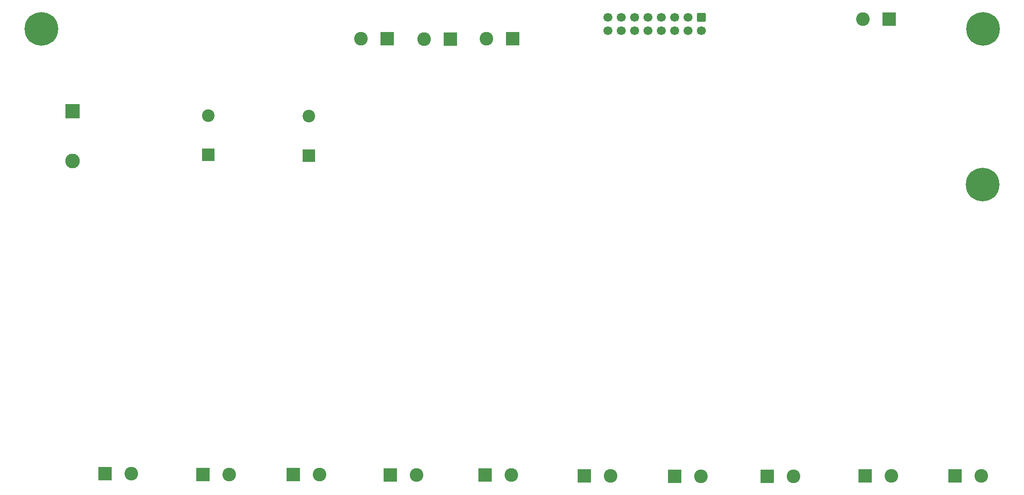
<source format=gbr>
%TF.GenerationSoftware,KiCad,Pcbnew,7.0.7*%
%TF.CreationDate,2024-09-30T16:59:32+02:00*%
%TF.ProjectId,control_motor_pcb,636f6e74-726f-46c5-9f6d-6f746f725f70,rev?*%
%TF.SameCoordinates,Original*%
%TF.FileFunction,Soldermask,Bot*%
%TF.FilePolarity,Negative*%
%FSLAX46Y46*%
G04 Gerber Fmt 4.6, Leading zero omitted, Abs format (unit mm)*
G04 Created by KiCad (PCBNEW 7.0.7) date 2024-09-30 16:59:32*
%MOMM*%
%LPD*%
G01*
G04 APERTURE LIST*
G04 Aperture macros list*
%AMRoundRect*
0 Rectangle with rounded corners*
0 $1 Rounding radius*
0 $2 $3 $4 $5 $6 $7 $8 $9 X,Y pos of 4 corners*
0 Add a 4 corners polygon primitive as box body*
4,1,4,$2,$3,$4,$5,$6,$7,$8,$9,$2,$3,0*
0 Add four circle primitives for the rounded corners*
1,1,$1+$1,$2,$3*
1,1,$1+$1,$4,$5*
1,1,$1+$1,$6,$7*
1,1,$1+$1,$8,$9*
0 Add four rect primitives between the rounded corners*
20,1,$1+$1,$2,$3,$4,$5,0*
20,1,$1+$1,$4,$5,$6,$7,0*
20,1,$1+$1,$6,$7,$8,$9,0*
20,1,$1+$1,$8,$9,$2,$3,0*%
G04 Aperture macros list end*
%ADD10R,2.600000X2.600000*%
%ADD11C,2.600000*%
%ADD12C,0.800000*%
%ADD13C,6.400000*%
%ADD14R,2.400000X2.400000*%
%ADD15C,2.400000*%
%ADD16RoundRect,0.250000X-0.600000X0.600000X-0.600000X-0.600000X0.600000X-0.600000X0.600000X0.600000X0*%
%ADD17C,1.700000*%
%ADD18R,2.790000X2.790000*%
%ADD19C,2.790000*%
G04 APERTURE END LIST*
D10*
%TO.C,J16*%
X122125000Y-50345000D03*
D11*
X117125000Y-50345000D03*
%TD*%
D10*
%TO.C,J21*%
X140750000Y-133400000D03*
D11*
X145750000Y-133400000D03*
%TD*%
D10*
%TO.C,J20*%
X159625000Y-133555000D03*
D11*
X164625000Y-133555000D03*
%TD*%
D10*
%TO.C,J2*%
X230125000Y-133555000D03*
D11*
X235125000Y-133555000D03*
%TD*%
D10*
%TO.C,J13*%
X134150000Y-50370000D03*
D11*
X129150000Y-50370000D03*
%TD*%
D12*
%TO.C,H1*%
X233025000Y-48425000D03*
X233727944Y-46727944D03*
X233727944Y-50122056D03*
X235425000Y-46025000D03*
D13*
X235425000Y-48425000D03*
D12*
X235425000Y-50825000D03*
X237122056Y-46727944D03*
X237122056Y-50122056D03*
X237825000Y-48425000D03*
%TD*%
D10*
%TO.C,J22*%
X122650000Y-133355000D03*
D11*
X127650000Y-133355000D03*
%TD*%
D10*
%TO.C,J18*%
X194400000Y-133650000D03*
D11*
X199400000Y-133650000D03*
%TD*%
D10*
%TO.C,J1*%
X217600000Y-46620000D03*
D11*
X212600000Y-46620000D03*
%TD*%
D14*
%TO.C,C3*%
X107150000Y-72587755D03*
D15*
X107150000Y-65087755D03*
%TD*%
D10*
%TO.C,J24*%
X87000000Y-133280000D03*
D11*
X92000000Y-133280000D03*
%TD*%
D12*
%TO.C,H3*%
X232940000Y-78062056D03*
X233642944Y-76365000D03*
X233642944Y-79759112D03*
X235340000Y-75662056D03*
D13*
X235340000Y-78062056D03*
D12*
X235340000Y-80462056D03*
X237037056Y-76365000D03*
X237037056Y-79759112D03*
X237740000Y-78062056D03*
%TD*%
D10*
%TO.C,J25*%
X68375000Y-133125000D03*
D11*
X73375000Y-133125000D03*
%TD*%
D16*
%TO.C,J14*%
X181860000Y-46260000D03*
D17*
X181860000Y-48800000D03*
X179320000Y-46260000D03*
X179320000Y-48800000D03*
X176780000Y-46260000D03*
X176780000Y-48800000D03*
X174240000Y-46260000D03*
X174240000Y-48800000D03*
X171700000Y-46260000D03*
X171700000Y-48800000D03*
X169160000Y-46260000D03*
X169160000Y-48800000D03*
X166620000Y-46260000D03*
X166620000Y-48800000D03*
X164080000Y-46260000D03*
X164080000Y-48800000D03*
%TD*%
D10*
%TO.C,J19*%
X176800000Y-133605000D03*
D11*
X181800000Y-133605000D03*
%TD*%
D10*
%TO.C,J12*%
X145975000Y-50345000D03*
D11*
X140975000Y-50345000D03*
%TD*%
D12*
%TO.C,H2*%
X53870000Y-48425000D03*
X54572944Y-46727944D03*
X54572944Y-50122056D03*
X56270000Y-46025000D03*
D13*
X56270000Y-48425000D03*
D12*
X56270000Y-50825000D03*
X57967056Y-46727944D03*
X57967056Y-50122056D03*
X58670000Y-48425000D03*
%TD*%
D14*
%TO.C,C4*%
X88026648Y-72465424D03*
D15*
X88026648Y-64965424D03*
%TD*%
D18*
%TO.C,J15*%
X62225000Y-64100000D03*
D19*
X62225000Y-73600000D03*
%TD*%
D10*
%TO.C,J23*%
X104250000Y-133330000D03*
D11*
X109250000Y-133330000D03*
%TD*%
D10*
%TO.C,J17*%
X213000000Y-133575000D03*
D11*
X218000000Y-133575000D03*
%TD*%
M02*

</source>
